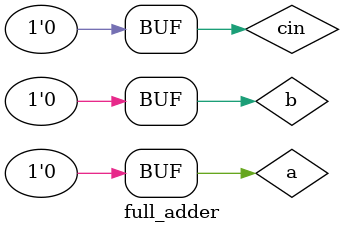
<source format=v>
`timescale 1ns / 1ps


module full_adder;

	// Inputs
	reg a;
	reg b;
	reg cin;

	// Outputs
	wire s;
	wire cout;

	// Instantiate the Unit Under Test (UUT)
	fulladder uut (
		.a(a), 
		.b(b), 
		.cin(cin), 
		.s(s), 
		.cout(cout)
	);

	initial begin
		// Initialize Inputs
		a = 0;
		b = 0;
		cin = 0;

		// Wait 100 ns for global reset to finish
		#100;
        
		// Add stimulus here

	end
      
endmodule


</source>
